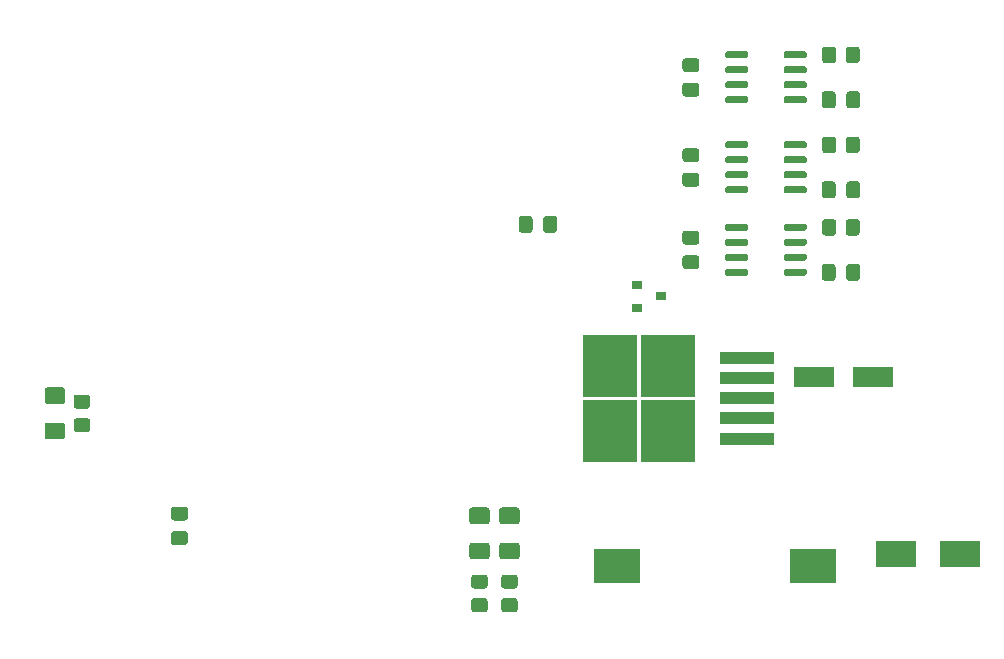
<source format=gbr>
%TF.GenerationSoftware,KiCad,Pcbnew,(5.1.9)-1*%
%TF.CreationDate,2021-03-15T23:27:25+01:00*%
%TF.ProjectId,fendt-teensy-aog-smd,66656e64-742d-4746-9565-6e73792d616f,rev?*%
%TF.SameCoordinates,Original*%
%TF.FileFunction,Paste,Top*%
%TF.FilePolarity,Positive*%
%FSLAX46Y46*%
G04 Gerber Fmt 4.6, Leading zero omitted, Abs format (unit mm)*
G04 Created by KiCad (PCBNEW (5.1.9)-1) date 2021-03-15 23:27:25*
%MOMM*%
%LPD*%
G01*
G04 APERTURE LIST*
%ADD10R,4.600000X1.100000*%
%ADD11R,4.550000X5.250000*%
%ADD12R,3.500000X2.300000*%
%ADD13R,3.500000X1.800000*%
%ADD14R,4.000000X3.000000*%
%ADD15R,0.900000X0.800000*%
G04 APERTURE END LIST*
D10*
%TO.C,U2*%
X152841000Y-87220000D03*
X152841000Y-85520000D03*
X152841000Y-83820000D03*
X152841000Y-82120000D03*
X152841000Y-80420000D03*
D11*
X141266000Y-81045000D03*
X146116000Y-86595000D03*
X141266000Y-86595000D03*
X146116000Y-81045000D03*
%TD*%
%TO.C,R2*%
G36*
G01*
X96970001Y-84690000D02*
X96069999Y-84690000D01*
G75*
G02*
X95820000Y-84440001I0J249999D01*
G01*
X95820000Y-83739999D01*
G75*
G02*
X96069999Y-83490000I249999J0D01*
G01*
X96970001Y-83490000D01*
G75*
G02*
X97220000Y-83739999I0J-249999D01*
G01*
X97220000Y-84440001D01*
G75*
G02*
X96970001Y-84690000I-249999J0D01*
G01*
G37*
G36*
G01*
X96970001Y-86690000D02*
X96069999Y-86690000D01*
G75*
G02*
X95820000Y-86440001I0J249999D01*
G01*
X95820000Y-85739999D01*
G75*
G02*
X96069999Y-85490000I249999J0D01*
G01*
X96970001Y-85490000D01*
G75*
G02*
X97220000Y-85739999I0J-249999D01*
G01*
X97220000Y-86440001D01*
G75*
G02*
X96970001Y-86690000I-249999J0D01*
G01*
G37*
%TD*%
%TO.C,R3*%
G36*
G01*
X161182000Y-55187001D02*
X161182000Y-54286999D01*
G75*
G02*
X161431999Y-54037000I249999J0D01*
G01*
X162132001Y-54037000D01*
G75*
G02*
X162382000Y-54286999I0J-249999D01*
G01*
X162382000Y-55187001D01*
G75*
G02*
X162132001Y-55437000I-249999J0D01*
G01*
X161431999Y-55437000D01*
G75*
G02*
X161182000Y-55187001I0J249999D01*
G01*
G37*
G36*
G01*
X159182000Y-55187001D02*
X159182000Y-54286999D01*
G75*
G02*
X159431999Y-54037000I249999J0D01*
G01*
X160132001Y-54037000D01*
G75*
G02*
X160382000Y-54286999I0J-249999D01*
G01*
X160382000Y-55187001D01*
G75*
G02*
X160132001Y-55437000I-249999J0D01*
G01*
X159431999Y-55437000D01*
G75*
G02*
X159182000Y-55187001I0J249999D01*
G01*
G37*
%TD*%
%TO.C,R4*%
G36*
G01*
X161182000Y-69792001D02*
X161182000Y-68891999D01*
G75*
G02*
X161431999Y-68642000I249999J0D01*
G01*
X162132001Y-68642000D01*
G75*
G02*
X162382000Y-68891999I0J-249999D01*
G01*
X162382000Y-69792001D01*
G75*
G02*
X162132001Y-70042000I-249999J0D01*
G01*
X161431999Y-70042000D01*
G75*
G02*
X161182000Y-69792001I0J249999D01*
G01*
G37*
G36*
G01*
X159182000Y-69792001D02*
X159182000Y-68891999D01*
G75*
G02*
X159431999Y-68642000I249999J0D01*
G01*
X160132001Y-68642000D01*
G75*
G02*
X160382000Y-68891999I0J-249999D01*
G01*
X160382000Y-69792001D01*
G75*
G02*
X160132001Y-70042000I-249999J0D01*
G01*
X159431999Y-70042000D01*
G75*
G02*
X159182000Y-69792001I0J249999D01*
G01*
G37*
%TD*%
%TO.C,R5*%
G36*
G01*
X129724999Y-100730000D02*
X130625001Y-100730000D01*
G75*
G02*
X130875000Y-100979999I0J-249999D01*
G01*
X130875000Y-101680001D01*
G75*
G02*
X130625001Y-101930000I-249999J0D01*
G01*
X129724999Y-101930000D01*
G75*
G02*
X129475000Y-101680001I0J249999D01*
G01*
X129475000Y-100979999D01*
G75*
G02*
X129724999Y-100730000I249999J0D01*
G01*
G37*
G36*
G01*
X129724999Y-98730000D02*
X130625001Y-98730000D01*
G75*
G02*
X130875000Y-98979999I0J-249999D01*
G01*
X130875000Y-99680001D01*
G75*
G02*
X130625001Y-99930000I-249999J0D01*
G01*
X129724999Y-99930000D01*
G75*
G02*
X129475000Y-99680001I0J249999D01*
G01*
X129475000Y-98979999D01*
G75*
G02*
X129724999Y-98730000I249999J0D01*
G01*
G37*
%TD*%
%TO.C,R6*%
G36*
G01*
X132264999Y-100730000D02*
X133165001Y-100730000D01*
G75*
G02*
X133415000Y-100979999I0J-249999D01*
G01*
X133415000Y-101680001D01*
G75*
G02*
X133165001Y-101930000I-249999J0D01*
G01*
X132264999Y-101930000D01*
G75*
G02*
X132015000Y-101680001I0J249999D01*
G01*
X132015000Y-100979999D01*
G75*
G02*
X132264999Y-100730000I249999J0D01*
G01*
G37*
G36*
G01*
X132264999Y-98730000D02*
X133165001Y-98730000D01*
G75*
G02*
X133415000Y-98979999I0J-249999D01*
G01*
X133415000Y-99680001D01*
G75*
G02*
X133165001Y-99930000I-249999J0D01*
G01*
X132264999Y-99930000D01*
G75*
G02*
X132015000Y-99680001I0J249999D01*
G01*
X132015000Y-98979999D01*
G75*
G02*
X132264999Y-98730000I249999J0D01*
G01*
G37*
%TD*%
%TO.C,R9*%
G36*
G01*
X161182000Y-62807001D02*
X161182000Y-61906999D01*
G75*
G02*
X161431999Y-61657000I249999J0D01*
G01*
X162132001Y-61657000D01*
G75*
G02*
X162382000Y-61906999I0J-249999D01*
G01*
X162382000Y-62807001D01*
G75*
G02*
X162132001Y-63057000I-249999J0D01*
G01*
X161431999Y-63057000D01*
G75*
G02*
X161182000Y-62807001I0J249999D01*
G01*
G37*
G36*
G01*
X159182000Y-62807001D02*
X159182000Y-61906999D01*
G75*
G02*
X159431999Y-61657000I249999J0D01*
G01*
X160132001Y-61657000D01*
G75*
G02*
X160382000Y-61906999I0J-249999D01*
G01*
X160382000Y-62807001D01*
G75*
G02*
X160132001Y-63057000I-249999J0D01*
G01*
X159431999Y-63057000D01*
G75*
G02*
X159182000Y-62807001I0J249999D01*
G01*
G37*
%TD*%
%TO.C,C3*%
G36*
G01*
X136753000Y-68613000D02*
X136753000Y-69563000D01*
G75*
G02*
X136503000Y-69813000I-250000J0D01*
G01*
X135828000Y-69813000D01*
G75*
G02*
X135578000Y-69563000I0J250000D01*
G01*
X135578000Y-68613000D01*
G75*
G02*
X135828000Y-68363000I250000J0D01*
G01*
X136503000Y-68363000D01*
G75*
G02*
X136753000Y-68613000I0J-250000D01*
G01*
G37*
G36*
G01*
X134678000Y-68613000D02*
X134678000Y-69563000D01*
G75*
G02*
X134428000Y-69813000I-250000J0D01*
G01*
X133753000Y-69813000D01*
G75*
G02*
X133503000Y-69563000I0J250000D01*
G01*
X133503000Y-68613000D01*
G75*
G02*
X133753000Y-68363000I250000J0D01*
G01*
X134428000Y-68363000D01*
G75*
G02*
X134678000Y-68613000I0J-250000D01*
G01*
G37*
%TD*%
%TO.C,C4*%
G36*
G01*
X148557000Y-72872000D02*
X147607000Y-72872000D01*
G75*
G02*
X147357000Y-72622000I0J250000D01*
G01*
X147357000Y-71947000D01*
G75*
G02*
X147607000Y-71697000I250000J0D01*
G01*
X148557000Y-71697000D01*
G75*
G02*
X148807000Y-71947000I0J-250000D01*
G01*
X148807000Y-72622000D01*
G75*
G02*
X148557000Y-72872000I-250000J0D01*
G01*
G37*
G36*
G01*
X148557000Y-70797000D02*
X147607000Y-70797000D01*
G75*
G02*
X147357000Y-70547000I0J250000D01*
G01*
X147357000Y-69872000D01*
G75*
G02*
X147607000Y-69622000I250000J0D01*
G01*
X148557000Y-69622000D01*
G75*
G02*
X148807000Y-69872000I0J-250000D01*
G01*
X148807000Y-70547000D01*
G75*
G02*
X148557000Y-70797000I-250000J0D01*
G01*
G37*
%TD*%
%TO.C,C5*%
G36*
G01*
X148557000Y-63812000D02*
X147607000Y-63812000D01*
G75*
G02*
X147357000Y-63562000I0J250000D01*
G01*
X147357000Y-62887000D01*
G75*
G02*
X147607000Y-62637000I250000J0D01*
G01*
X148557000Y-62637000D01*
G75*
G02*
X148807000Y-62887000I0J-250000D01*
G01*
X148807000Y-63562000D01*
G75*
G02*
X148557000Y-63812000I-250000J0D01*
G01*
G37*
G36*
G01*
X148557000Y-65887000D02*
X147607000Y-65887000D01*
G75*
G02*
X147357000Y-65637000I0J250000D01*
G01*
X147357000Y-64962000D01*
G75*
G02*
X147607000Y-64712000I250000J0D01*
G01*
X148557000Y-64712000D01*
G75*
G02*
X148807000Y-64962000I0J-250000D01*
G01*
X148807000Y-65637000D01*
G75*
G02*
X148557000Y-65887000I-250000J0D01*
G01*
G37*
%TD*%
%TO.C,C6*%
G36*
G01*
X148557000Y-58267000D02*
X147607000Y-58267000D01*
G75*
G02*
X147357000Y-58017000I0J250000D01*
G01*
X147357000Y-57342000D01*
G75*
G02*
X147607000Y-57092000I250000J0D01*
G01*
X148557000Y-57092000D01*
G75*
G02*
X148807000Y-57342000I0J-250000D01*
G01*
X148807000Y-58017000D01*
G75*
G02*
X148557000Y-58267000I-250000J0D01*
G01*
G37*
G36*
G01*
X148557000Y-56192000D02*
X147607000Y-56192000D01*
G75*
G02*
X147357000Y-55942000I0J250000D01*
G01*
X147357000Y-55267000D01*
G75*
G02*
X147607000Y-55017000I250000J0D01*
G01*
X148557000Y-55017000D01*
G75*
G02*
X148807000Y-55267000I0J-250000D01*
G01*
X148807000Y-55942000D01*
G75*
G02*
X148557000Y-56192000I-250000J0D01*
G01*
G37*
%TD*%
%TO.C,C7*%
G36*
G01*
X161232000Y-59022000D02*
X161232000Y-58072000D01*
G75*
G02*
X161482000Y-57822000I250000J0D01*
G01*
X162157000Y-57822000D01*
G75*
G02*
X162407000Y-58072000I0J-250000D01*
G01*
X162407000Y-59022000D01*
G75*
G02*
X162157000Y-59272000I-250000J0D01*
G01*
X161482000Y-59272000D01*
G75*
G02*
X161232000Y-59022000I0J250000D01*
G01*
G37*
G36*
G01*
X159157000Y-59022000D02*
X159157000Y-58072000D01*
G75*
G02*
X159407000Y-57822000I250000J0D01*
G01*
X160082000Y-57822000D01*
G75*
G02*
X160332000Y-58072000I0J-250000D01*
G01*
X160332000Y-59022000D01*
G75*
G02*
X160082000Y-59272000I-250000J0D01*
G01*
X159407000Y-59272000D01*
G75*
G02*
X159157000Y-59022000I0J250000D01*
G01*
G37*
%TD*%
%TO.C,C8*%
G36*
G01*
X159157000Y-66642000D02*
X159157000Y-65692000D01*
G75*
G02*
X159407000Y-65442000I250000J0D01*
G01*
X160082000Y-65442000D01*
G75*
G02*
X160332000Y-65692000I0J-250000D01*
G01*
X160332000Y-66642000D01*
G75*
G02*
X160082000Y-66892000I-250000J0D01*
G01*
X159407000Y-66892000D01*
G75*
G02*
X159157000Y-66642000I0J250000D01*
G01*
G37*
G36*
G01*
X161232000Y-66642000D02*
X161232000Y-65692000D01*
G75*
G02*
X161482000Y-65442000I250000J0D01*
G01*
X162157000Y-65442000D01*
G75*
G02*
X162407000Y-65692000I0J-250000D01*
G01*
X162407000Y-66642000D01*
G75*
G02*
X162157000Y-66892000I-250000J0D01*
G01*
X161482000Y-66892000D01*
G75*
G02*
X161232000Y-66642000I0J250000D01*
G01*
G37*
%TD*%
%TO.C,C9*%
G36*
G01*
X161232000Y-73627000D02*
X161232000Y-72677000D01*
G75*
G02*
X161482000Y-72427000I250000J0D01*
G01*
X162157000Y-72427000D01*
G75*
G02*
X162407000Y-72677000I0J-250000D01*
G01*
X162407000Y-73627000D01*
G75*
G02*
X162157000Y-73877000I-250000J0D01*
G01*
X161482000Y-73877000D01*
G75*
G02*
X161232000Y-73627000I0J250000D01*
G01*
G37*
G36*
G01*
X159157000Y-73627000D02*
X159157000Y-72677000D01*
G75*
G02*
X159407000Y-72427000I250000J0D01*
G01*
X160082000Y-72427000D01*
G75*
G02*
X160332000Y-72677000I0J-250000D01*
G01*
X160332000Y-73627000D01*
G75*
G02*
X160082000Y-73877000I-250000J0D01*
G01*
X159407000Y-73877000D01*
G75*
G02*
X159157000Y-73627000I0J250000D01*
G01*
G37*
%TD*%
%TO.C,C10*%
G36*
G01*
X104300000Y-95065000D02*
X105250000Y-95065000D01*
G75*
G02*
X105500000Y-95315000I0J-250000D01*
G01*
X105500000Y-95990000D01*
G75*
G02*
X105250000Y-96240000I-250000J0D01*
G01*
X104300000Y-96240000D01*
G75*
G02*
X104050000Y-95990000I0J250000D01*
G01*
X104050000Y-95315000D01*
G75*
G02*
X104300000Y-95065000I250000J0D01*
G01*
G37*
G36*
G01*
X104300000Y-92990000D02*
X105250000Y-92990000D01*
G75*
G02*
X105500000Y-93240000I0J-250000D01*
G01*
X105500000Y-93915000D01*
G75*
G02*
X105250000Y-94165000I-250000J0D01*
G01*
X104300000Y-94165000D01*
G75*
G02*
X104050000Y-93915000I0J250000D01*
G01*
X104050000Y-93240000D01*
G75*
G02*
X104300000Y-92990000I250000J0D01*
G01*
G37*
%TD*%
D12*
%TO.C,D2*%
X170848000Y-97028000D03*
X165448000Y-97028000D03*
%TD*%
D13*
%TO.C,D3*%
X158536000Y-82042000D03*
X163536000Y-82042000D03*
%TD*%
%TO.C,D4*%
G36*
G01*
X94859000Y-87290000D02*
X93609000Y-87290000D01*
G75*
G02*
X93359000Y-87040000I0J250000D01*
G01*
X93359000Y-86115000D01*
G75*
G02*
X93609000Y-85865000I250000J0D01*
G01*
X94859000Y-85865000D01*
G75*
G02*
X95109000Y-86115000I0J-250000D01*
G01*
X95109000Y-87040000D01*
G75*
G02*
X94859000Y-87290000I-250000J0D01*
G01*
G37*
G36*
G01*
X94859000Y-84315000D02*
X93609000Y-84315000D01*
G75*
G02*
X93359000Y-84065000I0J250000D01*
G01*
X93359000Y-83140000D01*
G75*
G02*
X93609000Y-82890000I250000J0D01*
G01*
X94859000Y-82890000D01*
G75*
G02*
X95109000Y-83140000I0J-250000D01*
G01*
X95109000Y-84065000D01*
G75*
G02*
X94859000Y-84315000I-250000J0D01*
G01*
G37*
%TD*%
%TO.C,D5*%
G36*
G01*
X130800000Y-94475000D02*
X129550000Y-94475000D01*
G75*
G02*
X129300000Y-94225000I0J250000D01*
G01*
X129300000Y-93300000D01*
G75*
G02*
X129550000Y-93050000I250000J0D01*
G01*
X130800000Y-93050000D01*
G75*
G02*
X131050000Y-93300000I0J-250000D01*
G01*
X131050000Y-94225000D01*
G75*
G02*
X130800000Y-94475000I-250000J0D01*
G01*
G37*
G36*
G01*
X130800000Y-97450000D02*
X129550000Y-97450000D01*
G75*
G02*
X129300000Y-97200000I0J250000D01*
G01*
X129300000Y-96275000D01*
G75*
G02*
X129550000Y-96025000I250000J0D01*
G01*
X130800000Y-96025000D01*
G75*
G02*
X131050000Y-96275000I0J-250000D01*
G01*
X131050000Y-97200000D01*
G75*
G02*
X130800000Y-97450000I-250000J0D01*
G01*
G37*
%TD*%
%TO.C,D6*%
G36*
G01*
X133340000Y-97450000D02*
X132090000Y-97450000D01*
G75*
G02*
X131840000Y-97200000I0J250000D01*
G01*
X131840000Y-96275000D01*
G75*
G02*
X132090000Y-96025000I250000J0D01*
G01*
X133340000Y-96025000D01*
G75*
G02*
X133590000Y-96275000I0J-250000D01*
G01*
X133590000Y-97200000D01*
G75*
G02*
X133340000Y-97450000I-250000J0D01*
G01*
G37*
G36*
G01*
X133340000Y-94475000D02*
X132090000Y-94475000D01*
G75*
G02*
X131840000Y-94225000I0J250000D01*
G01*
X131840000Y-93300000D01*
G75*
G02*
X132090000Y-93050000I250000J0D01*
G01*
X133340000Y-93050000D01*
G75*
G02*
X133590000Y-93300000I0J-250000D01*
G01*
X133590000Y-94225000D01*
G75*
G02*
X133340000Y-94475000I-250000J0D01*
G01*
G37*
%TD*%
D14*
%TO.C,L1*%
X141784000Y-98044000D03*
X158444000Y-98044000D03*
%TD*%
D15*
%TO.C,Q1*%
X143526000Y-74234000D03*
X143526000Y-76134000D03*
X145526000Y-75184000D03*
%TD*%
%TO.C,U4*%
G36*
G01*
X150982000Y-54887000D02*
X150982000Y-54587000D01*
G75*
G02*
X151132000Y-54437000I150000J0D01*
G01*
X152782000Y-54437000D01*
G75*
G02*
X152932000Y-54587000I0J-150000D01*
G01*
X152932000Y-54887000D01*
G75*
G02*
X152782000Y-55037000I-150000J0D01*
G01*
X151132000Y-55037000D01*
G75*
G02*
X150982000Y-54887000I0J150000D01*
G01*
G37*
G36*
G01*
X150982000Y-56157000D02*
X150982000Y-55857000D01*
G75*
G02*
X151132000Y-55707000I150000J0D01*
G01*
X152782000Y-55707000D01*
G75*
G02*
X152932000Y-55857000I0J-150000D01*
G01*
X152932000Y-56157000D01*
G75*
G02*
X152782000Y-56307000I-150000J0D01*
G01*
X151132000Y-56307000D01*
G75*
G02*
X150982000Y-56157000I0J150000D01*
G01*
G37*
G36*
G01*
X150982000Y-57427000D02*
X150982000Y-57127000D01*
G75*
G02*
X151132000Y-56977000I150000J0D01*
G01*
X152782000Y-56977000D01*
G75*
G02*
X152932000Y-57127000I0J-150000D01*
G01*
X152932000Y-57427000D01*
G75*
G02*
X152782000Y-57577000I-150000J0D01*
G01*
X151132000Y-57577000D01*
G75*
G02*
X150982000Y-57427000I0J150000D01*
G01*
G37*
G36*
G01*
X150982000Y-58697000D02*
X150982000Y-58397000D01*
G75*
G02*
X151132000Y-58247000I150000J0D01*
G01*
X152782000Y-58247000D01*
G75*
G02*
X152932000Y-58397000I0J-150000D01*
G01*
X152932000Y-58697000D01*
G75*
G02*
X152782000Y-58847000I-150000J0D01*
G01*
X151132000Y-58847000D01*
G75*
G02*
X150982000Y-58697000I0J150000D01*
G01*
G37*
G36*
G01*
X155932000Y-58697000D02*
X155932000Y-58397000D01*
G75*
G02*
X156082000Y-58247000I150000J0D01*
G01*
X157732000Y-58247000D01*
G75*
G02*
X157882000Y-58397000I0J-150000D01*
G01*
X157882000Y-58697000D01*
G75*
G02*
X157732000Y-58847000I-150000J0D01*
G01*
X156082000Y-58847000D01*
G75*
G02*
X155932000Y-58697000I0J150000D01*
G01*
G37*
G36*
G01*
X155932000Y-57427000D02*
X155932000Y-57127000D01*
G75*
G02*
X156082000Y-56977000I150000J0D01*
G01*
X157732000Y-56977000D01*
G75*
G02*
X157882000Y-57127000I0J-150000D01*
G01*
X157882000Y-57427000D01*
G75*
G02*
X157732000Y-57577000I-150000J0D01*
G01*
X156082000Y-57577000D01*
G75*
G02*
X155932000Y-57427000I0J150000D01*
G01*
G37*
G36*
G01*
X155932000Y-56157000D02*
X155932000Y-55857000D01*
G75*
G02*
X156082000Y-55707000I150000J0D01*
G01*
X157732000Y-55707000D01*
G75*
G02*
X157882000Y-55857000I0J-150000D01*
G01*
X157882000Y-56157000D01*
G75*
G02*
X157732000Y-56307000I-150000J0D01*
G01*
X156082000Y-56307000D01*
G75*
G02*
X155932000Y-56157000I0J150000D01*
G01*
G37*
G36*
G01*
X155932000Y-54887000D02*
X155932000Y-54587000D01*
G75*
G02*
X156082000Y-54437000I150000J0D01*
G01*
X157732000Y-54437000D01*
G75*
G02*
X157882000Y-54587000I0J-150000D01*
G01*
X157882000Y-54887000D01*
G75*
G02*
X157732000Y-55037000I-150000J0D01*
G01*
X156082000Y-55037000D01*
G75*
G02*
X155932000Y-54887000I0J150000D01*
G01*
G37*
%TD*%
%TO.C,U5*%
G36*
G01*
X150982000Y-69492000D02*
X150982000Y-69192000D01*
G75*
G02*
X151132000Y-69042000I150000J0D01*
G01*
X152782000Y-69042000D01*
G75*
G02*
X152932000Y-69192000I0J-150000D01*
G01*
X152932000Y-69492000D01*
G75*
G02*
X152782000Y-69642000I-150000J0D01*
G01*
X151132000Y-69642000D01*
G75*
G02*
X150982000Y-69492000I0J150000D01*
G01*
G37*
G36*
G01*
X150982000Y-70762000D02*
X150982000Y-70462000D01*
G75*
G02*
X151132000Y-70312000I150000J0D01*
G01*
X152782000Y-70312000D01*
G75*
G02*
X152932000Y-70462000I0J-150000D01*
G01*
X152932000Y-70762000D01*
G75*
G02*
X152782000Y-70912000I-150000J0D01*
G01*
X151132000Y-70912000D01*
G75*
G02*
X150982000Y-70762000I0J150000D01*
G01*
G37*
G36*
G01*
X150982000Y-72032000D02*
X150982000Y-71732000D01*
G75*
G02*
X151132000Y-71582000I150000J0D01*
G01*
X152782000Y-71582000D01*
G75*
G02*
X152932000Y-71732000I0J-150000D01*
G01*
X152932000Y-72032000D01*
G75*
G02*
X152782000Y-72182000I-150000J0D01*
G01*
X151132000Y-72182000D01*
G75*
G02*
X150982000Y-72032000I0J150000D01*
G01*
G37*
G36*
G01*
X150982000Y-73302000D02*
X150982000Y-73002000D01*
G75*
G02*
X151132000Y-72852000I150000J0D01*
G01*
X152782000Y-72852000D01*
G75*
G02*
X152932000Y-73002000I0J-150000D01*
G01*
X152932000Y-73302000D01*
G75*
G02*
X152782000Y-73452000I-150000J0D01*
G01*
X151132000Y-73452000D01*
G75*
G02*
X150982000Y-73302000I0J150000D01*
G01*
G37*
G36*
G01*
X155932000Y-73302000D02*
X155932000Y-73002000D01*
G75*
G02*
X156082000Y-72852000I150000J0D01*
G01*
X157732000Y-72852000D01*
G75*
G02*
X157882000Y-73002000I0J-150000D01*
G01*
X157882000Y-73302000D01*
G75*
G02*
X157732000Y-73452000I-150000J0D01*
G01*
X156082000Y-73452000D01*
G75*
G02*
X155932000Y-73302000I0J150000D01*
G01*
G37*
G36*
G01*
X155932000Y-72032000D02*
X155932000Y-71732000D01*
G75*
G02*
X156082000Y-71582000I150000J0D01*
G01*
X157732000Y-71582000D01*
G75*
G02*
X157882000Y-71732000I0J-150000D01*
G01*
X157882000Y-72032000D01*
G75*
G02*
X157732000Y-72182000I-150000J0D01*
G01*
X156082000Y-72182000D01*
G75*
G02*
X155932000Y-72032000I0J150000D01*
G01*
G37*
G36*
G01*
X155932000Y-70762000D02*
X155932000Y-70462000D01*
G75*
G02*
X156082000Y-70312000I150000J0D01*
G01*
X157732000Y-70312000D01*
G75*
G02*
X157882000Y-70462000I0J-150000D01*
G01*
X157882000Y-70762000D01*
G75*
G02*
X157732000Y-70912000I-150000J0D01*
G01*
X156082000Y-70912000D01*
G75*
G02*
X155932000Y-70762000I0J150000D01*
G01*
G37*
G36*
G01*
X155932000Y-69492000D02*
X155932000Y-69192000D01*
G75*
G02*
X156082000Y-69042000I150000J0D01*
G01*
X157732000Y-69042000D01*
G75*
G02*
X157882000Y-69192000I0J-150000D01*
G01*
X157882000Y-69492000D01*
G75*
G02*
X157732000Y-69642000I-150000J0D01*
G01*
X156082000Y-69642000D01*
G75*
G02*
X155932000Y-69492000I0J150000D01*
G01*
G37*
%TD*%
%TO.C,U6*%
G36*
G01*
X155932000Y-62507000D02*
X155932000Y-62207000D01*
G75*
G02*
X156082000Y-62057000I150000J0D01*
G01*
X157732000Y-62057000D01*
G75*
G02*
X157882000Y-62207000I0J-150000D01*
G01*
X157882000Y-62507000D01*
G75*
G02*
X157732000Y-62657000I-150000J0D01*
G01*
X156082000Y-62657000D01*
G75*
G02*
X155932000Y-62507000I0J150000D01*
G01*
G37*
G36*
G01*
X155932000Y-63777000D02*
X155932000Y-63477000D01*
G75*
G02*
X156082000Y-63327000I150000J0D01*
G01*
X157732000Y-63327000D01*
G75*
G02*
X157882000Y-63477000I0J-150000D01*
G01*
X157882000Y-63777000D01*
G75*
G02*
X157732000Y-63927000I-150000J0D01*
G01*
X156082000Y-63927000D01*
G75*
G02*
X155932000Y-63777000I0J150000D01*
G01*
G37*
G36*
G01*
X155932000Y-65047000D02*
X155932000Y-64747000D01*
G75*
G02*
X156082000Y-64597000I150000J0D01*
G01*
X157732000Y-64597000D01*
G75*
G02*
X157882000Y-64747000I0J-150000D01*
G01*
X157882000Y-65047000D01*
G75*
G02*
X157732000Y-65197000I-150000J0D01*
G01*
X156082000Y-65197000D01*
G75*
G02*
X155932000Y-65047000I0J150000D01*
G01*
G37*
G36*
G01*
X155932000Y-66317000D02*
X155932000Y-66017000D01*
G75*
G02*
X156082000Y-65867000I150000J0D01*
G01*
X157732000Y-65867000D01*
G75*
G02*
X157882000Y-66017000I0J-150000D01*
G01*
X157882000Y-66317000D01*
G75*
G02*
X157732000Y-66467000I-150000J0D01*
G01*
X156082000Y-66467000D01*
G75*
G02*
X155932000Y-66317000I0J150000D01*
G01*
G37*
G36*
G01*
X150982000Y-66317000D02*
X150982000Y-66017000D01*
G75*
G02*
X151132000Y-65867000I150000J0D01*
G01*
X152782000Y-65867000D01*
G75*
G02*
X152932000Y-66017000I0J-150000D01*
G01*
X152932000Y-66317000D01*
G75*
G02*
X152782000Y-66467000I-150000J0D01*
G01*
X151132000Y-66467000D01*
G75*
G02*
X150982000Y-66317000I0J150000D01*
G01*
G37*
G36*
G01*
X150982000Y-65047000D02*
X150982000Y-64747000D01*
G75*
G02*
X151132000Y-64597000I150000J0D01*
G01*
X152782000Y-64597000D01*
G75*
G02*
X152932000Y-64747000I0J-150000D01*
G01*
X152932000Y-65047000D01*
G75*
G02*
X152782000Y-65197000I-150000J0D01*
G01*
X151132000Y-65197000D01*
G75*
G02*
X150982000Y-65047000I0J150000D01*
G01*
G37*
G36*
G01*
X150982000Y-63777000D02*
X150982000Y-63477000D01*
G75*
G02*
X151132000Y-63327000I150000J0D01*
G01*
X152782000Y-63327000D01*
G75*
G02*
X152932000Y-63477000I0J-150000D01*
G01*
X152932000Y-63777000D01*
G75*
G02*
X152782000Y-63927000I-150000J0D01*
G01*
X151132000Y-63927000D01*
G75*
G02*
X150982000Y-63777000I0J150000D01*
G01*
G37*
G36*
G01*
X150982000Y-62507000D02*
X150982000Y-62207000D01*
G75*
G02*
X151132000Y-62057000I150000J0D01*
G01*
X152782000Y-62057000D01*
G75*
G02*
X152932000Y-62207000I0J-150000D01*
G01*
X152932000Y-62507000D01*
G75*
G02*
X152782000Y-62657000I-150000J0D01*
G01*
X151132000Y-62657000D01*
G75*
G02*
X150982000Y-62507000I0J150000D01*
G01*
G37*
%TD*%
M02*

</source>
